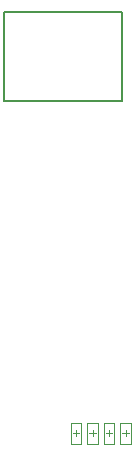
<source format=gbr>
G04*
G04 #@! TF.GenerationSoftware,Altium Limited,Altium Designer,23.10.1 (27)*
G04*
G04 Layer_Color=32768*
%FSLAX44Y44*%
%MOMM*%
G71*
G04*
G04 #@! TF.SameCoordinates,EE71AB0A-04B5-4847-A965-A32D4C1E190E*
G04*
G04*
G04 #@! TF.FilePolarity,Positive*
G04*
G01*
G75*
%ADD12C,0.2000*%
%ADD59C,0.0500*%
D12*
X2030000Y312700D02*
Y387950D01*
Y312700D02*
X2129400D01*
X2030000Y387950D02*
X2129400D01*
Y312700D02*
Y387950D01*
D59*
X2087910Y31490D02*
X2093410D01*
X2090660Y28740D02*
Y34240D01*
X2086160Y22490D02*
Y40490D01*
X2095160Y22490D02*
Y40490D01*
X2086160Y22490D02*
X2095160D01*
X2086160Y40490D02*
X2095160D01*
X2115850Y31490D02*
X2121350D01*
X2118600Y28740D02*
Y34240D01*
X2114100Y22490D02*
Y40490D01*
X2123100Y22490D02*
Y40490D01*
X2114100Y22490D02*
X2123100D01*
X2114100Y40490D02*
X2123100D01*
X2101880Y31490D02*
X2107380D01*
X2104630Y28740D02*
Y34240D01*
X2100130Y22490D02*
Y40490D01*
X2109130Y22490D02*
Y40490D01*
X2100130Y22490D02*
X2109130D01*
X2100130Y40490D02*
X2109130D01*
X2129820Y31490D02*
X2135320D01*
X2132570Y28740D02*
Y34240D01*
X2128070Y22490D02*
Y40490D01*
X2137070Y22490D02*
Y40490D01*
X2128070Y22490D02*
X2137070D01*
X2128070Y40490D02*
X2137070D01*
M02*

</source>
